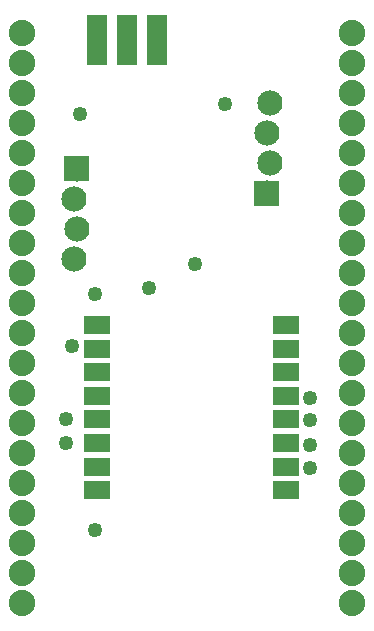
<source format=gts>
G04 MADE WITH FRITZING*
G04 WWW.FRITZING.ORG*
G04 DOUBLE SIDED*
G04 HOLES PLATED*
G04 CONTOUR ON CENTER OF CONTOUR VECTOR*
%ASAXBY*%
%FSLAX23Y23*%
%MOIN*%
%OFA0B0*%
%SFA1.0B1.0*%
%ADD10C,0.049370*%
%ADD11C,0.088000*%
%ADD12C,0.084000*%
%ADD13R,0.070000X0.170000*%
%ADD14R,0.088740X0.061181*%
%ADD15R,0.001000X0.001000*%
%LNMASK1*%
G90*
G70*
G54D10*
X1030Y742D03*
X1030Y666D03*
X1030Y583D03*
X647Y1187D03*
X521Y1935D03*
X321Y1932D03*
X418Y1931D03*
G54D11*
X1172Y1958D03*
X1172Y1858D03*
X1172Y1758D03*
X1172Y1658D03*
X1172Y1558D03*
X1172Y1458D03*
X1172Y1358D03*
X1172Y1258D03*
X1172Y1158D03*
X1172Y1058D03*
X1172Y958D03*
X1172Y858D03*
X1172Y758D03*
X1172Y658D03*
X1172Y558D03*
X1172Y458D03*
X1172Y358D03*
X1172Y258D03*
X1172Y158D03*
X1172Y58D03*
X1172Y1958D03*
X1172Y1858D03*
X1172Y1758D03*
X1172Y1658D03*
X1172Y1558D03*
X1172Y1458D03*
X1172Y1358D03*
X1172Y1258D03*
X1172Y1158D03*
X1172Y1058D03*
X1172Y958D03*
X1172Y858D03*
X1172Y758D03*
X1172Y658D03*
X1172Y558D03*
X1172Y458D03*
X1172Y358D03*
X1172Y258D03*
X1172Y158D03*
X1172Y58D03*
X72Y1958D03*
X72Y1858D03*
X72Y1758D03*
X72Y1658D03*
X72Y1558D03*
X72Y1458D03*
X72Y1358D03*
X72Y1258D03*
X72Y1158D03*
X72Y1058D03*
X72Y958D03*
X72Y858D03*
X72Y758D03*
X72Y658D03*
X72Y558D03*
X72Y458D03*
X72Y358D03*
X72Y258D03*
X72Y158D03*
X72Y58D03*
X72Y1958D03*
X72Y1858D03*
X72Y1758D03*
X72Y1658D03*
X72Y1558D03*
X72Y1458D03*
X72Y1358D03*
X72Y1258D03*
X72Y1158D03*
X72Y1058D03*
X72Y958D03*
X72Y858D03*
X72Y758D03*
X72Y658D03*
X72Y558D03*
X72Y458D03*
X72Y358D03*
X72Y258D03*
X72Y158D03*
X72Y58D03*
G54D12*
X255Y1505D03*
X245Y1405D03*
X255Y1305D03*
X245Y1205D03*
X255Y1505D03*
X245Y1405D03*
X255Y1305D03*
X245Y1205D03*
G54D10*
X238Y915D03*
X315Y1087D03*
X219Y672D03*
X219Y589D03*
X315Y302D03*
X1030Y506D03*
G54D12*
X888Y1423D03*
X898Y1523D03*
X888Y1623D03*
X898Y1723D03*
X888Y1423D03*
X898Y1523D03*
X888Y1623D03*
X898Y1723D03*
G54D10*
X494Y1107D03*
X749Y1720D03*
X264Y1688D03*
G54D13*
X322Y1933D03*
X422Y1933D03*
X522Y1933D03*
X322Y1933D03*
X522Y1933D03*
G54D14*
X322Y984D03*
X322Y905D03*
X322Y826D03*
X322Y748D03*
X322Y669D03*
X322Y590D03*
X322Y511D03*
X322Y433D03*
X952Y433D03*
X952Y511D03*
X952Y590D03*
X952Y669D03*
X952Y748D03*
X952Y826D03*
X952Y905D03*
X952Y984D03*
G54D15*
X213Y1548D02*
X296Y1548D01*
X213Y1547D02*
X296Y1547D01*
X213Y1546D02*
X296Y1546D01*
X213Y1545D02*
X296Y1545D01*
X213Y1544D02*
X296Y1544D01*
X213Y1543D02*
X296Y1543D01*
X213Y1542D02*
X296Y1542D01*
X213Y1541D02*
X296Y1541D01*
X213Y1540D02*
X296Y1540D01*
X213Y1539D02*
X296Y1539D01*
X213Y1538D02*
X296Y1538D01*
X213Y1537D02*
X296Y1537D01*
X213Y1536D02*
X296Y1536D01*
X213Y1535D02*
X296Y1535D01*
X213Y1534D02*
X296Y1534D01*
X213Y1533D02*
X296Y1533D01*
X213Y1532D02*
X296Y1532D01*
X213Y1531D02*
X296Y1531D01*
X213Y1530D02*
X296Y1530D01*
X213Y1529D02*
X296Y1529D01*
X213Y1528D02*
X296Y1528D01*
X213Y1527D02*
X296Y1527D01*
X213Y1526D02*
X296Y1526D01*
X213Y1525D02*
X296Y1525D01*
X213Y1524D02*
X296Y1524D01*
X213Y1523D02*
X296Y1523D01*
X213Y1522D02*
X296Y1522D01*
X213Y1521D02*
X250Y1521D01*
X259Y1521D02*
X296Y1521D01*
X213Y1520D02*
X247Y1520D01*
X261Y1520D02*
X296Y1520D01*
X213Y1519D02*
X245Y1519D01*
X263Y1519D02*
X296Y1519D01*
X213Y1518D02*
X244Y1518D01*
X264Y1518D02*
X296Y1518D01*
X213Y1517D02*
X243Y1517D01*
X265Y1517D02*
X296Y1517D01*
X213Y1516D02*
X242Y1516D01*
X266Y1516D02*
X296Y1516D01*
X213Y1515D02*
X241Y1515D01*
X267Y1515D02*
X296Y1515D01*
X213Y1514D02*
X241Y1514D01*
X268Y1514D02*
X296Y1514D01*
X213Y1513D02*
X240Y1513D01*
X268Y1513D02*
X296Y1513D01*
X213Y1512D02*
X240Y1512D01*
X269Y1512D02*
X296Y1512D01*
X213Y1511D02*
X239Y1511D01*
X269Y1511D02*
X296Y1511D01*
X213Y1510D02*
X239Y1510D01*
X269Y1510D02*
X296Y1510D01*
X213Y1509D02*
X239Y1509D01*
X269Y1509D02*
X296Y1509D01*
X213Y1508D02*
X239Y1508D01*
X270Y1508D02*
X296Y1508D01*
X213Y1507D02*
X239Y1507D01*
X270Y1507D02*
X296Y1507D01*
X213Y1506D02*
X239Y1506D01*
X270Y1506D02*
X296Y1506D01*
X213Y1505D02*
X239Y1505D01*
X270Y1505D02*
X296Y1505D01*
X213Y1504D02*
X239Y1504D01*
X269Y1504D02*
X296Y1504D01*
X213Y1503D02*
X239Y1503D01*
X269Y1503D02*
X296Y1503D01*
X213Y1502D02*
X239Y1502D01*
X269Y1502D02*
X296Y1502D01*
X213Y1501D02*
X240Y1501D01*
X269Y1501D02*
X296Y1501D01*
X213Y1500D02*
X240Y1500D01*
X268Y1500D02*
X296Y1500D01*
X213Y1499D02*
X241Y1499D01*
X268Y1499D02*
X296Y1499D01*
X213Y1498D02*
X241Y1498D01*
X267Y1498D02*
X296Y1498D01*
X213Y1497D02*
X242Y1497D01*
X266Y1497D02*
X296Y1497D01*
X213Y1496D02*
X243Y1496D01*
X265Y1496D02*
X296Y1496D01*
X213Y1495D02*
X244Y1495D01*
X264Y1495D02*
X296Y1495D01*
X213Y1494D02*
X245Y1494D01*
X263Y1494D02*
X296Y1494D01*
X213Y1493D02*
X247Y1493D01*
X261Y1493D02*
X296Y1493D01*
X213Y1492D02*
X250Y1492D01*
X258Y1492D02*
X296Y1492D01*
X213Y1491D02*
X296Y1491D01*
X213Y1490D02*
X296Y1490D01*
X213Y1489D02*
X296Y1489D01*
X213Y1488D02*
X296Y1488D01*
X213Y1487D02*
X296Y1487D01*
X213Y1486D02*
X296Y1486D01*
X213Y1485D02*
X296Y1485D01*
X213Y1484D02*
X296Y1484D01*
X213Y1483D02*
X296Y1483D01*
X213Y1482D02*
X296Y1482D01*
X213Y1481D02*
X296Y1481D01*
X213Y1480D02*
X296Y1480D01*
X213Y1479D02*
X296Y1479D01*
X213Y1478D02*
X296Y1478D01*
X213Y1477D02*
X296Y1477D01*
X213Y1476D02*
X296Y1476D01*
X213Y1475D02*
X296Y1475D01*
X213Y1474D02*
X296Y1474D01*
X213Y1473D02*
X296Y1473D01*
X213Y1472D02*
X296Y1472D01*
X213Y1471D02*
X296Y1471D01*
X213Y1470D02*
X296Y1470D01*
X213Y1469D02*
X296Y1469D01*
X213Y1468D02*
X296Y1468D01*
X213Y1467D02*
X296Y1467D01*
X213Y1466D02*
X296Y1466D01*
X213Y1465D02*
X296Y1465D01*
X846Y1465D02*
X929Y1465D01*
X846Y1464D02*
X929Y1464D01*
X846Y1463D02*
X929Y1463D01*
X846Y1462D02*
X929Y1462D01*
X846Y1461D02*
X929Y1461D01*
X846Y1460D02*
X929Y1460D01*
X846Y1459D02*
X929Y1459D01*
X846Y1458D02*
X929Y1458D01*
X846Y1457D02*
X929Y1457D01*
X846Y1456D02*
X929Y1456D01*
X846Y1455D02*
X929Y1455D01*
X846Y1454D02*
X929Y1454D01*
X846Y1453D02*
X929Y1453D01*
X846Y1452D02*
X929Y1452D01*
X846Y1451D02*
X929Y1451D01*
X846Y1450D02*
X929Y1450D01*
X846Y1449D02*
X929Y1449D01*
X846Y1448D02*
X929Y1448D01*
X846Y1447D02*
X929Y1447D01*
X846Y1446D02*
X929Y1446D01*
X846Y1445D02*
X929Y1445D01*
X846Y1444D02*
X929Y1444D01*
X846Y1443D02*
X929Y1443D01*
X846Y1442D02*
X929Y1442D01*
X846Y1441D02*
X929Y1441D01*
X846Y1440D02*
X929Y1440D01*
X846Y1439D02*
X929Y1439D01*
X846Y1438D02*
X882Y1438D01*
X894Y1438D02*
X929Y1438D01*
X846Y1437D02*
X880Y1437D01*
X896Y1437D02*
X929Y1437D01*
X846Y1436D02*
X878Y1436D01*
X897Y1436D02*
X929Y1436D01*
X846Y1435D02*
X877Y1435D01*
X898Y1435D02*
X929Y1435D01*
X846Y1434D02*
X876Y1434D01*
X899Y1434D02*
X929Y1434D01*
X846Y1433D02*
X875Y1433D01*
X900Y1433D02*
X929Y1433D01*
X846Y1432D02*
X874Y1432D01*
X901Y1432D02*
X929Y1432D01*
X846Y1431D02*
X874Y1431D01*
X901Y1431D02*
X929Y1431D01*
X846Y1430D02*
X873Y1430D01*
X902Y1430D02*
X929Y1430D01*
X846Y1429D02*
X873Y1429D01*
X902Y1429D02*
X929Y1429D01*
X846Y1428D02*
X873Y1428D01*
X903Y1428D02*
X929Y1428D01*
X846Y1427D02*
X872Y1427D01*
X903Y1427D02*
X929Y1427D01*
X846Y1426D02*
X872Y1426D01*
X903Y1426D02*
X929Y1426D01*
X846Y1425D02*
X872Y1425D01*
X903Y1425D02*
X929Y1425D01*
X846Y1424D02*
X872Y1424D01*
X903Y1424D02*
X929Y1424D01*
X846Y1423D02*
X872Y1423D01*
X903Y1423D02*
X929Y1423D01*
X846Y1422D02*
X872Y1422D01*
X903Y1422D02*
X929Y1422D01*
X846Y1421D02*
X872Y1421D01*
X903Y1421D02*
X929Y1421D01*
X846Y1420D02*
X873Y1420D01*
X903Y1420D02*
X929Y1420D01*
X846Y1419D02*
X873Y1419D01*
X902Y1419D02*
X929Y1419D01*
X846Y1418D02*
X873Y1418D01*
X902Y1418D02*
X929Y1418D01*
X846Y1417D02*
X874Y1417D01*
X901Y1417D02*
X929Y1417D01*
X846Y1416D02*
X874Y1416D01*
X901Y1416D02*
X929Y1416D01*
X846Y1415D02*
X875Y1415D01*
X900Y1415D02*
X929Y1415D01*
X846Y1414D02*
X876Y1414D01*
X899Y1414D02*
X929Y1414D01*
X846Y1413D02*
X877Y1413D01*
X898Y1413D02*
X929Y1413D01*
X846Y1412D02*
X878Y1412D01*
X897Y1412D02*
X929Y1412D01*
X846Y1411D02*
X880Y1411D01*
X896Y1411D02*
X929Y1411D01*
X846Y1410D02*
X882Y1410D01*
X894Y1410D02*
X929Y1410D01*
X846Y1409D02*
X929Y1409D01*
X846Y1408D02*
X929Y1408D01*
X846Y1407D02*
X929Y1407D01*
X846Y1406D02*
X929Y1406D01*
X846Y1405D02*
X929Y1405D01*
X846Y1404D02*
X929Y1404D01*
X846Y1403D02*
X929Y1403D01*
X846Y1402D02*
X929Y1402D01*
X846Y1401D02*
X929Y1401D01*
X846Y1400D02*
X929Y1400D01*
X846Y1399D02*
X929Y1399D01*
X846Y1398D02*
X929Y1398D01*
X846Y1397D02*
X929Y1397D01*
X846Y1396D02*
X929Y1396D01*
X846Y1395D02*
X929Y1395D01*
X846Y1394D02*
X929Y1394D01*
X846Y1393D02*
X929Y1393D01*
X846Y1392D02*
X929Y1392D01*
X846Y1391D02*
X929Y1391D01*
X846Y1390D02*
X929Y1390D01*
X846Y1389D02*
X929Y1389D01*
X846Y1388D02*
X929Y1388D01*
X846Y1387D02*
X929Y1387D01*
X846Y1386D02*
X929Y1386D01*
X846Y1385D02*
X929Y1385D01*
X846Y1384D02*
X929Y1384D01*
X846Y1383D02*
X929Y1383D01*
X847Y1382D02*
X929Y1382D01*
D02*
G04 End of Mask1*
M02*
</source>
